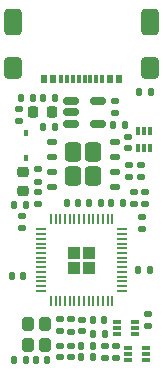
<source format=gbr>
%TF.GenerationSoftware,KiCad,Pcbnew,6.0.3-a3aad9c10e~116~ubuntu20.04.1*%
%TF.CreationDate,2022-03-24T21:59:22+11:00*%
%TF.ProjectId,sea-picro,7365612d-7069-4637-926f-2e6b69636164,0.2*%
%TF.SameCoordinates,Original*%
%TF.FileFunction,Paste,Top*%
%TF.FilePolarity,Positive*%
%FSLAX46Y46*%
G04 Gerber Fmt 4.6, Leading zero omitted, Abs format (unit mm)*
G04 Created by KiCad (PCBNEW 6.0.3-a3aad9c10e~116~ubuntu20.04.1) date 2022-03-24 21:59:22*
%MOMM*%
%LPD*%
G01*
G04 APERTURE LIST*
G04 Aperture macros list*
%AMRoundRect*
0 Rectangle with rounded corners*
0 $1 Rounding radius*
0 $2 $3 $4 $5 $6 $7 $8 $9 X,Y pos of 4 corners*
0 Add a 4 corners polygon primitive as box body*
4,1,4,$2,$3,$4,$5,$6,$7,$8,$9,$2,$3,0*
0 Add four circle primitives for the rounded corners*
1,1,$1+$1,$2,$3*
1,1,$1+$1,$4,$5*
1,1,$1+$1,$6,$7*
1,1,$1+$1,$8,$9*
0 Add four rect primitives between the rounded corners*
20,1,$1+$1,$2,$3,$4,$5,0*
20,1,$1+$1,$4,$5,$6,$7,0*
20,1,$1+$1,$6,$7,$8,$9,0*
20,1,$1+$1,$8,$9,$2,$3,0*%
G04 Aperture macros list end*
%ADD10RoundRect,0.140000X0.170000X-0.140000X0.170000X0.140000X-0.170000X0.140000X-0.170000X-0.140000X0*%
%ADD11RoundRect,0.135000X0.185000X-0.135000X0.185000X0.135000X-0.185000X0.135000X-0.185000X-0.135000X0*%
%ADD12R,0.340000X0.700000*%
%ADD13RoundRect,0.140000X-0.170000X0.140000X-0.170000X-0.140000X0.170000X-0.140000X0.170000X0.140000X0*%
%ADD14RoundRect,0.140000X0.140000X0.170000X-0.140000X0.170000X-0.140000X-0.170000X0.140000X-0.170000X0*%
%ADD15RoundRect,0.150000X-0.512500X-0.150000X0.512500X-0.150000X0.512500X0.150000X-0.512500X0.150000X0*%
%ADD16RoundRect,0.135000X-0.135000X-0.185000X0.135000X-0.185000X0.135000X0.185000X-0.135000X0.185000X0*%
%ADD17RoundRect,0.250000X-0.435000X-0.555000X0.435000X-0.555000X0.435000X0.555000X-0.435000X0.555000X0*%
%ADD18RoundRect,0.125000X-0.262500X-0.125000X0.262500X-0.125000X0.262500X0.125000X-0.262500X0.125000X0*%
%ADD19RoundRect,0.135000X-0.185000X0.135000X-0.185000X-0.135000X0.185000X-0.135000X0.185000X0.135000X0*%
%ADD20RoundRect,0.300000X-0.450000X-0.600000X0.450000X-0.600000X0.450000X0.600000X-0.450000X0.600000X0*%
%ADD21RoundRect,0.300000X-0.450000X-0.800000X0.450000X-0.800000X0.450000X0.800000X-0.450000X0.800000X0*%
%ADD22R,0.540000X0.800000*%
%ADD23R,0.300000X0.800000*%
%ADD24RoundRect,0.140000X-0.140000X-0.170000X0.140000X-0.170000X0.140000X0.170000X-0.140000X0.170000X0*%
%ADD25RoundRect,0.218750X-0.218750X-0.256250X0.218750X-0.256250X0.218750X0.256250X-0.218750X0.256250X0*%
%ADD26RoundRect,0.135000X0.135000X0.185000X-0.135000X0.185000X-0.135000X-0.185000X0.135000X-0.185000X0*%
%ADD27R,0.700000X0.340000*%
%ADD28RoundRect,0.250000X-0.292217X-0.292217X0.292217X-0.292217X0.292217X0.292217X-0.292217X0.292217X0*%
%ADD29RoundRect,0.050000X-0.387500X-0.050000X0.387500X-0.050000X0.387500X0.050000X-0.387500X0.050000X0*%
%ADD30RoundRect,0.050000X-0.050000X-0.387500X0.050000X-0.387500X0.050000X0.387500X-0.050000X0.387500X0*%
%ADD31RoundRect,0.250000X0.250000X-0.325000X0.250000X0.325000X-0.250000X0.325000X-0.250000X-0.325000X0*%
%ADD32RoundRect,0.218750X0.256250X-0.218750X0.256250X0.218750X-0.256250X0.218750X-0.256250X-0.218750X0*%
%ADD33R,0.450000X0.600000*%
G04 APERTURE END LIST*
D10*
%TO.C,C19*%
X124400000Y-104500000D03*
X124400000Y-103540000D03*
%TD*%
D11*
%TO.C,R6*%
X122500000Y-91510000D03*
X122500000Y-90490000D03*
%TD*%
D12*
%TO.C,U4*%
X131000000Y-86800000D03*
X131500000Y-86800000D03*
X132000000Y-86800000D03*
X132000000Y-85300000D03*
X131500000Y-85300000D03*
X131000000Y-85300000D03*
%TD*%
D10*
%TO.C,C10*%
X131550000Y-91490000D03*
X131550000Y-90530000D03*
%TD*%
D13*
%TO.C,C8*%
X126250000Y-101320000D03*
X126250000Y-102280000D03*
%TD*%
D14*
%TO.C,C11*%
X121280000Y-97600000D03*
X120320000Y-97600000D03*
%TD*%
D15*
%TO.C,U1*%
X125312500Y-82810000D03*
X125312500Y-83760000D03*
X125312500Y-84710000D03*
X127587500Y-84710000D03*
X127587500Y-82810000D03*
%TD*%
D16*
%TO.C,R16*%
X120490000Y-91600000D03*
X121510000Y-91600000D03*
%TD*%
D11*
%TO.C,R10*%
X122500000Y-89610000D03*
X122500000Y-88590000D03*
%TD*%
D17*
%TO.C,U2*%
X125500000Y-89150000D03*
X127200000Y-89150000D03*
X127200000Y-87150000D03*
X125500000Y-87150000D03*
D18*
X123687500Y-86245000D03*
X123687500Y-87515000D03*
X123687500Y-88785000D03*
X123687500Y-90055000D03*
X129012500Y-90055000D03*
X129012500Y-88785000D03*
X129012500Y-87515000D03*
X129012500Y-86245000D03*
%TD*%
D11*
%TO.C,R9*%
X125300000Y-102310000D03*
X125300000Y-101290000D03*
%TD*%
D19*
%TO.C,R7*%
X130250000Y-88202973D03*
X130250000Y-89222973D03*
%TD*%
D13*
%TO.C,C2*%
X129050000Y-82830000D03*
X129050000Y-83790000D03*
%TD*%
D20*
%TO.C,J1*%
X120375000Y-80000000D03*
X132025000Y-80000000D03*
D21*
X132000000Y-76100000D03*
X120375000Y-76100000D03*
D22*
X123000000Y-80900000D03*
X129400000Y-80900000D03*
X128600000Y-80900000D03*
X123800000Y-80900000D03*
D23*
X127450000Y-80900000D03*
X126450000Y-80900000D03*
X125950000Y-80900000D03*
X124950000Y-80900000D03*
X124450000Y-80900000D03*
X125450000Y-80900000D03*
X126950000Y-80900000D03*
X127958000Y-80900000D03*
%TD*%
D16*
%TO.C,R4*%
X131040000Y-82050000D03*
X132060000Y-82050000D03*
%TD*%
D10*
%TO.C,C15*%
X121200000Y-93530000D03*
X121200000Y-92570000D03*
%TD*%
D24*
%TO.C,C7*%
X122320000Y-104750000D03*
X123280000Y-104750000D03*
%TD*%
D19*
%TO.C,R15*%
X131800000Y-100790000D03*
X131800000Y-101810000D03*
%TD*%
D14*
%TO.C,C12*%
X127830000Y-91460000D03*
X126870000Y-91460000D03*
%TD*%
D10*
%TO.C,C5*%
X125300000Y-104500000D03*
X125300000Y-103540000D03*
%TD*%
D14*
%TO.C,C1*%
X123930000Y-84960000D03*
X122970000Y-84960000D03*
%TD*%
D16*
%TO.C,R12*%
X127140000Y-102500000D03*
X128160000Y-102500000D03*
%TD*%
D19*
%TO.C,R5*%
X128150000Y-103540000D03*
X128150000Y-104560000D03*
%TD*%
D16*
%TO.C,R17*%
X120440000Y-104750000D03*
X121460000Y-104750000D03*
%TD*%
%TO.C,R1*%
X128890000Y-84850000D03*
X129910000Y-84850000D03*
%TD*%
D25*
%TO.C,F1*%
X122112500Y-83760000D03*
X123687500Y-83760000D03*
%TD*%
D26*
%TO.C,R11*%
X127210000Y-103500000D03*
X126190000Y-103500000D03*
%TD*%
D27*
%TO.C,Q1*%
X130150000Y-103700000D03*
X130150000Y-104200000D03*
X130150000Y-104700000D03*
X131650000Y-104700000D03*
X131650000Y-104200000D03*
X131650000Y-103700000D03*
%TD*%
D26*
%TO.C,R14*%
X127210000Y-104500000D03*
X126190000Y-104500000D03*
%TD*%
D10*
%TO.C,C6*%
X124350000Y-102230000D03*
X124350000Y-101270000D03*
%TD*%
D28*
%TO.C,U3*%
X126837500Y-96897500D03*
X125562500Y-95622500D03*
X125562500Y-96897500D03*
X126837500Y-95622500D03*
D29*
X122762500Y-93660000D03*
X122762500Y-94060000D03*
X122762500Y-94460000D03*
X122762500Y-94860000D03*
X122762500Y-95260000D03*
X122762500Y-95660000D03*
X122762500Y-96060000D03*
X122762500Y-96460000D03*
X122762500Y-96860000D03*
X122762500Y-97260000D03*
X122762500Y-97660000D03*
X122762500Y-98060000D03*
X122762500Y-98460000D03*
X122762500Y-98860000D03*
D30*
X123600000Y-99697500D03*
X124000000Y-99697500D03*
X124400000Y-99697500D03*
X124800000Y-99697500D03*
X125200000Y-99697500D03*
X125600000Y-99697500D03*
X126000000Y-99697500D03*
X126400000Y-99697500D03*
X126800000Y-99697500D03*
X127200000Y-99697500D03*
X127600000Y-99697500D03*
X128000000Y-99697500D03*
X128400000Y-99697500D03*
X128800000Y-99697500D03*
D29*
X129637500Y-98860000D03*
X129637500Y-98460000D03*
X129637500Y-98060000D03*
X129637500Y-97660000D03*
X129637500Y-97260000D03*
X129637500Y-96860000D03*
X129637500Y-96460000D03*
X129637500Y-96060000D03*
X129637500Y-95660000D03*
X129637500Y-95260000D03*
X129637500Y-94860000D03*
X129637500Y-94460000D03*
X129637500Y-94060000D03*
X129637500Y-93660000D03*
D30*
X128800000Y-92822500D03*
X128400000Y-92822500D03*
X128000000Y-92822500D03*
X127600000Y-92822500D03*
X127200000Y-92822500D03*
X126800000Y-92822500D03*
X126400000Y-92822500D03*
X126000000Y-92822500D03*
X125600000Y-92822500D03*
X125200000Y-92822500D03*
X124800000Y-92822500D03*
X124400000Y-92822500D03*
X124000000Y-92822500D03*
X123600000Y-92822500D03*
%TD*%
D11*
%TO.C,R13*%
X129100000Y-104560000D03*
X129100000Y-103540000D03*
%TD*%
D19*
%TO.C,R3*%
X120900000Y-83440000D03*
X120900000Y-84460000D03*
%TD*%
D13*
%TO.C,C4*%
X130100000Y-85820000D03*
X130100000Y-86780000D03*
%TD*%
D24*
%TO.C,C9*%
X128720000Y-91460000D03*
X129680000Y-91460000D03*
%TD*%
%TO.C,C17*%
X127170000Y-101350000D03*
X128130000Y-101350000D03*
%TD*%
%TO.C,C14*%
X131020000Y-97100000D03*
X131980000Y-97100000D03*
%TD*%
D31*
%TO.C,Y1*%
X123100000Y-103425000D03*
X123100000Y-101675000D03*
X121700000Y-101675000D03*
X121700000Y-103425000D03*
%TD*%
D32*
%TO.C,D2*%
X121250000Y-90387500D03*
X121250000Y-88812500D03*
%TD*%
D26*
%TO.C,R2*%
X122110000Y-82560000D03*
X121090000Y-82560000D03*
%TD*%
D14*
%TO.C,C18*%
X125930000Y-91460000D03*
X124970000Y-91460000D03*
%TD*%
D33*
%TO.C,D1*%
X121500000Y-87600000D03*
X121500000Y-85500000D03*
%TD*%
D27*
%TO.C,Q2*%
X130700000Y-102500000D03*
X130700000Y-102000000D03*
X130700000Y-101500000D03*
X129200000Y-101500000D03*
X129200000Y-102000000D03*
X129200000Y-102500000D03*
%TD*%
D10*
%TO.C,C13*%
X130600000Y-91490000D03*
X130600000Y-90530000D03*
%TD*%
D14*
%TO.C,C3*%
X123930000Y-82560000D03*
X122970000Y-82560000D03*
%TD*%
D10*
%TO.C,C16*%
X131300000Y-93610000D03*
X131300000Y-92650000D03*
%TD*%
D19*
%TO.C,R8*%
X131250000Y-88202973D03*
X131250000Y-89222973D03*
%TD*%
M02*

</source>
